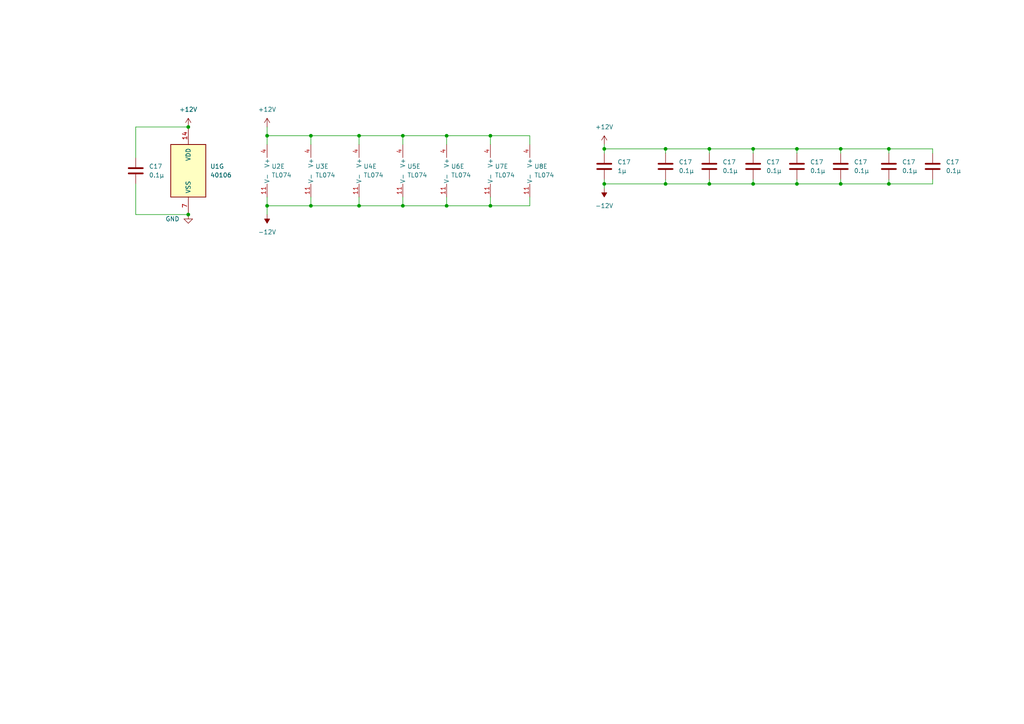
<source format=kicad_sch>
(kicad_sch (version 20230121) (generator eeschema)
  (paper "A4")
  (lib_symbols
    (symbol "4xxx:40106" (pin_names (offset 1.016))
      (property "Reference" "U" (at 0 1.27 0))
      (property "Value" "40106" (at 0 -1.27 0))
      (symbol "40106_1_0"
        (polyline (pts (xy -0.635 -1.27) (xy -0.635 1.27) (xy 0.635 1.27)))
        (polyline (pts (xy -3.81 3.81) (xy -3.81 -3.81) (xy 3.81 0) (xy -3.81 3.81)) (stroke (width 0.254)) (fill (type background)))
        (polyline (pts (xy -1.27 -1.27) (xy 0.635 -1.27) (xy 0.635 1.27) (xy 1.27 1.27)))
        (pin input line (at -7.62 0 0) (length 3.81) (name "~") (number "1"))
        (pin output inverted (at 7.62 0 180) (length 3.81) (name "~") (number "2"))
      )
      (symbol "40106_2_0"
        (polyline (pts (xy -0.635 -1.27) (xy -0.635 1.27) (xy 0.635 1.27)))
        (polyline (pts (xy -3.81 3.81) (xy -3.81 -3.81) (xy 3.81 0) (xy -3.81 3.81)) (stroke (width 0.254)) (fill (type background)))
        (polyline (pts (xy -1.27 -1.27) (xy 0.635 -1.27) (xy 0.635 1.27) (xy 1.27 1.27)))
        (pin input line (at -7.62 0 0) (length 3.81) (name "~") (number "3"))
        (pin output inverted (at 7.62 0 180) (length 3.81) (name "~") (number "4"))
      )
      (symbol "40106_3_0"
        (polyline (pts (xy -0.635 -1.27) (xy -0.635 1.27) (xy 0.635 1.27)))
        (polyline (pts (xy -3.81 3.81) (xy -3.81 -3.81) (xy 3.81 0) (xy -3.81 3.81)) (stroke (width 0.254)) (fill (type background)))
        (polyline (pts (xy -1.27 -1.27) (xy 0.635 -1.27) (xy 0.635 1.27) (xy 1.27 1.27)))
        (pin input line (at -7.62 0 0) (length 3.81) (name "~") (number "5"))
        (pin output inverted (at 7.62 0 180) (length 3.81) (name "~") (number "6"))
      )
      (symbol "40106_4_0"
        (polyline (pts (xy -0.635 -1.27) (xy -0.635 1.27) (xy 0.635 1.27)))
        (polyline (pts (xy -3.81 3.81) (xy -3.81 -3.81) (xy 3.81 0) (xy -3.81 3.81)) (stroke (width 0.254)) (fill (type background)))
        (polyline (pts (xy -1.27 -1.27) (xy 0.635 -1.27) (xy 0.635 1.27) (xy 1.27 1.27)))
        (pin output inverted (at 7.62 0 180) (length 3.81) (name "~") (number "8"))
        (pin input line (at -7.62 0 0) (length 3.81) (name "~") (number "9"))
      )
      (symbol "40106_5_0"
        (polyline (pts (xy -0.635 -1.27) (xy -0.635 1.27) (xy 0.635 1.27)))
        (polyline (pts (xy -3.81 3.81) (xy -3.81 -3.81) (xy 3.81 0) (xy -3.81 3.81)) (stroke (width 0.254)) (fill (type background)))
        (polyline (pts (xy -1.27 -1.27) (xy 0.635 -1.27) (xy 0.635 1.27) (xy 1.27 1.27)))
        (pin output inverted (at 7.62 0 180) (length 3.81) (name "~") (number "10"))
        (pin input line (at -7.62 0 0) (length 3.81) (name "~") (number "11"))
      )
      (symbol "40106_6_0"
        (polyline (pts (xy -0.635 -1.27) (xy -0.635 1.27) (xy 0.635 1.27)))
        (polyline (pts (xy -3.81 3.81) (xy -3.81 -3.81) (xy 3.81 0) (xy -3.81 3.81)) (stroke (width 0.254)) (fill (type background)))
        (polyline (pts (xy -1.27 -1.27) (xy 0.635 -1.27) (xy 0.635 1.27) (xy 1.27 1.27)))
        (pin output inverted (at 7.62 0 180) (length 3.81) (name "~") (number "12"))
        (pin input line (at -7.62 0 0) (length 3.81) (name "~") (number "13"))
      )
      (symbol "40106_7_0"
        (pin power_in line (at 0 12.7 270) (length 5.08) (name "VDD") (number "14"))
        (pin power_in line (at 0 -12.7 90) (length 5.08) (name "VSS") (number "7"))
      )
      (symbol "40106_7_1"
        (rectangle (start -5.08 7.62) (end 5.08 -7.62) (stroke (width 0.254)) (fill (type background)))
      )
    )
    (symbol "Amplifier_Operational:TL074" (pin_names (offset 0.127))
      (property "Reference" "U" (at 0 5.08 0))
      (property "Value" "TL074" (at 0 -5.08 0))
      (symbol "TL074_1_1"
        (polyline (pts (xy -5.08 5.08) (xy 5.08 0) (xy -5.08 -5.08) (xy -5.08 5.08)) (stroke (width 0.254)) (fill (type background)))
        (pin output line (at 7.62 0 180) (length 2.54) (name "~") (number "1"))
        (pin input line (at -7.62 -2.54 0) (length 2.54) (name "-") (number "2"))
        (pin input line (at -7.62 2.54 0) (length 2.54) (name "+") (number "3"))
      )
      (symbol "TL074_2_1"
        (polyline (pts (xy -5.08 5.08) (xy 5.08 0) (xy -5.08 -5.08) (xy -5.08 5.08)) (stroke (width 0.254)) (fill (type background)))
        (pin input line (at -7.62 2.54 0) (length 2.54) (name "+") (number "5"))
        (pin input line (at -7.62 -2.54 0) (length 2.54) (name "-") (number "6"))
        (pin output line (at 7.62 0 180) (length 2.54) (name "~") (number "7"))
      )
      (symbol "TL074_3_1"
        (polyline (pts (xy -5.08 5.08) (xy 5.08 0) (xy -5.08 -5.08) (xy -5.08 5.08)) (stroke (width 0.254)) (fill (type background)))
        (pin input line (at -7.62 2.54 0) (length 2.54) (name "+") (number "10"))
        (pin output line (at 7.62 0 180) (length 2.54) (name "~") (number "8"))
        (pin input line (at -7.62 -2.54 0) (length 2.54) (name "-") (number "9"))
      )
      (symbol "TL074_4_1"
        (polyline (pts (xy -5.08 5.08) (xy 5.08 0) (xy -5.08 -5.08) (xy -5.08 5.08)) (stroke (width 0.254)) (fill (type background)))
        (pin input line (at -7.62 2.54 0) (length 2.54) (name "+") (number "12"))
        (pin input line (at -7.62 -2.54 0) (length 2.54) (name "-") (number "13"))
        (pin output line (at 7.62 0 180) (length 2.54) (name "~") (number "14"))
      )
      (symbol "TL074_5_1"
        (pin power_in line (at -2.54 -7.62 90) (length 3.81) (name "V-") (number "11"))
        (pin power_in line (at -2.54 7.62 270) (length 3.81) (name "V+") (number "4"))
      )
    )
    (symbol "Device:C" (pin_numbers hide) (pin_names (offset 0.254))
      (property "Reference" "C" (at 0.635 2.54 0))
      (property "Value" "C" (at 0.635 -2.54 0))
      (symbol "C_0_1"
        (polyline (pts (xy -2.032 -0.762) (xy 2.032 -0.762)) (stroke (width 0.508)))
        (polyline (pts (xy -2.032 0.762) (xy 2.032 0.762)) (stroke (width 0.508)))
      )
      (symbol "C_1_1"
        (pin passive line (at 0 3.81 270) (length 2.794) (name "~") (number "1"))
        (pin passive line (at 0 -3.81 90) (length 2.794) (name "~") (number "2"))
      )
    )
    (symbol "power:+12V" (power) (pin_names (offset 0))
      (property "Value" "+12V" (at 0 3.556 0))
      (symbol "+12V_0_1"
        (polyline (pts (xy -0.762 1.27) (xy 0 2.54)))
        (polyline (pts (xy 0 0) (xy 0 2.54)))
        (polyline (pts (xy 0 2.54) (xy 0.762 1.27)))
      )
      (symbol "+12V_1_1"
        (pin power_in line (at 0 0 90) (length 0) hide (name "+12V") (number "1"))
      )
    )
    (symbol "power:-12V" (power) (pin_names (offset 0))
      (property "Value" "-12V" (at 0 3.81 0))
      (symbol "-12V_0_0"
        (pin power_in line (at 0 0 90) (length 0) hide (name "-12V") (number "1"))
      )
      (symbol "-12V_0_1"
        (polyline (pts (xy 0 0) (xy 0 1.27) (xy 0.762 1.27) (xy 0 2.54) (xy -0.762 1.27) (xy 0 1.27)) (fill (type outline)))
      )
    )
    (symbol "power:GND" (power) (pin_names (offset 0))
      (property "Value" "GND" (at 0 -3.81 0))
      (symbol "GND_0_1"
        (polyline (pts (xy 0 0) (xy 0 -1.27) (xy 1.27 -1.27) (xy 0 -2.54) (xy -1.27 -1.27) (xy 0 -1.27)))
      )
      (symbol "GND_1_1"
        (pin power_in line (at 0 0 270) (length 0) hide (name "GND") (number "1"))
      )
    )
  )
  (junction (at 104.14 59.69))
  (junction (at 193.04 53.34))
  (junction (at 243.84 43.18))
  (junction (at 205.74 53.34))
  (junction (at 175.26 53.34))
  (junction (at 231.14 53.34))
  (junction (at 193.04 43.18))
  (junction (at 231.14 43.18))
  (junction (at 142.24 39.37))
  (junction (at 142.24 59.69))
  (junction (at 90.17 39.37))
  (junction (at 257.81 43.18))
  (junction (at 116.84 39.37))
  (junction (at 54.61 36.83))
  (junction (at 218.44 43.18))
  (junction (at 205.74 43.18))
  (junction (at 129.54 39.37))
  (junction (at 129.54 59.69))
  (junction (at 243.84 53.34))
  (junction (at 116.84 59.69))
  (junction (at 77.47 59.69))
  (junction (at 54.61 62.23))
  (junction (at 104.14 39.37))
  (junction (at 77.47 39.37))
  (junction (at 257.81 53.34))
  (junction (at 218.44 53.34))
  (junction (at 175.26 43.18))
  (junction (at 90.17 59.69))
  (wire (pts (xy 39.37 62.23) (xy 39.37 53.34)))
  (wire (pts (xy 243.84 43.18) (xy 243.84 44.45)))
  (wire (pts (xy 243.84 52.07) (xy 243.84 53.34)))
  (wire (pts (xy 205.74 43.18) (xy 218.44 43.18)))
  (wire (pts (xy 243.84 43.18) (xy 257.81 43.18)))
  (wire (pts (xy 39.37 36.83) (xy 39.37 45.72)))
  (wire (pts (xy 205.74 43.18) (xy 205.74 44.45)))
  (wire (pts (xy 77.47 39.37) (xy 77.47 41.91)))
  (wire (pts (xy 175.26 52.07) (xy 175.26 53.34)))
  (wire (pts (xy 218.44 52.07) (xy 218.44 53.34)))
  (wire (pts (xy 129.54 39.37) (xy 142.24 39.37)))
  (wire (pts (xy 243.84 53.34) (xy 231.14 53.34)))
  (wire (pts (xy 231.14 44.45) (xy 231.14 43.18)))
  (wire (pts (xy 129.54 59.69) (xy 142.24 59.69)))
  (wire (pts (xy 175.26 43.18) (xy 175.26 44.45)))
  (wire (pts (xy 153.67 57.15) (xy 153.67 59.69)))
  (wire (pts (xy 193.04 43.18) (xy 205.74 43.18)))
  (wire (pts (xy 129.54 39.37) (xy 129.54 41.91)))
  (wire (pts (xy 77.47 36.83) (xy 77.47 39.37)))
  (wire (pts (xy 116.84 57.15) (xy 116.84 59.69)))
  (wire (pts (xy 218.44 43.18) (xy 231.14 43.18)))
  (wire (pts (xy 90.17 39.37) (xy 104.14 39.37)))
  (wire (pts (xy 90.17 39.37) (xy 90.17 41.91)))
  (wire (pts (xy 116.84 39.37) (xy 129.54 39.37)))
  (wire (pts (xy 231.14 53.34) (xy 218.44 53.34)))
  (wire (pts (xy 257.81 53.34) (xy 243.84 53.34)))
  (wire (pts (xy 142.24 39.37) (xy 153.67 39.37)))
  (wire (pts (xy 175.26 53.34) (xy 175.26 54.61)))
  (wire (pts (xy 104.14 57.15) (xy 104.14 59.69)))
  (wire (pts (xy 142.24 57.15) (xy 142.24 59.69)))
  (wire (pts (xy 129.54 57.15) (xy 129.54 59.69)))
  (wire (pts (xy 175.26 41.91) (xy 175.26 43.18)))
  (wire (pts (xy 270.51 43.18) (xy 270.51 44.45)))
  (wire (pts (xy 90.17 57.15) (xy 90.17 59.69)))
  (wire (pts (xy 205.74 53.34) (xy 193.04 53.34)))
  (wire (pts (xy 231.14 43.18) (xy 243.84 43.18)))
  (wire (pts (xy 153.67 39.37) (xy 153.67 41.91)))
  (wire (pts (xy 116.84 39.37) (xy 116.84 41.91)))
  (wire (pts (xy 77.47 57.15) (xy 77.47 59.69)))
  (wire (pts (xy 270.51 53.34) (xy 257.81 53.34)))
  (wire (pts (xy 257.81 52.07) (xy 257.81 53.34)))
  (wire (pts (xy 77.47 59.69) (xy 90.17 59.69)))
  (wire (pts (xy 116.84 59.69) (xy 129.54 59.69)))
  (wire (pts (xy 193.04 53.34) (xy 175.26 53.34)))
  (wire (pts (xy 218.44 43.18) (xy 218.44 44.45)))
  (wire (pts (xy 142.24 39.37) (xy 142.24 41.91)))
  (wire (pts (xy 90.17 59.69) (xy 104.14 59.69)))
  (wire (pts (xy 104.14 39.37) (xy 104.14 41.91)))
  (wire (pts (xy 104.14 39.37) (xy 116.84 39.37)))
  (wire (pts (xy 205.74 52.07) (xy 205.74 53.34)))
  (wire (pts (xy 77.47 62.23) (xy 77.47 59.69)))
  (wire (pts (xy 54.61 36.83) (xy 39.37 36.83)))
  (wire (pts (xy 193.04 43.18) (xy 193.04 44.45)))
  (wire (pts (xy 175.26 43.18) (xy 193.04 43.18)))
  (wire (pts (xy 54.61 62.23) (xy 39.37 62.23)))
  (wire (pts (xy 257.81 43.18) (xy 257.81 44.45)))
  (wire (pts (xy 231.14 52.07) (xy 231.14 53.34)))
  (wire (pts (xy 257.81 43.18) (xy 270.51 43.18)))
  (wire (pts (xy 270.51 52.07) (xy 270.51 53.34)))
  (wire (pts (xy 77.47 39.37) (xy 90.17 39.37)))
  (wire (pts (xy 193.04 52.07) (xy 193.04 53.34)))
  (wire (pts (xy 218.44 53.34) (xy 205.74 53.34)))
  (wire (pts (xy 142.24 59.69) (xy 153.67 59.69)))
  (wire (pts (xy 104.14 59.69) (xy 116.84 59.69)))
  (symbol (lib_id "Device:C") (at 243.84 48.26 180) (unit 1)
    (property "Reference" "C17" (at 247.65 46.99 0) (effects (justify right)))
    (property "Value" "0.1µ" (at 247.65 49.53 0) (effects (justify right)))
    (instances (project "VCO_selfetch" (path "" (reference "C17") (unit 1)) (path "" (reference "C30") (unit 1))))
  )
  (symbol (lib_id "Device:C") (at 218.44 48.26 180) (unit 1)
    (property "Reference" "C17" (at 222.25 46.99 0) (effects (justify right)))
    (property "Value" "0.1µ" (at 222.25 49.53 0) (effects (justify right)))
    (instances (project "VCO_selfetch" (path "" (reference "C17") (unit 1)) (path "" (reference "C28") (unit 1))))
  )
  (symbol (lib_id "Amplifier_Operational:TL074") (at 156.21 49.53 0) (unit 5)
    (property "Reference" "U8" (at 154.94 48.26 0) (effects (justify left)))
    (property "Value" "TL074" (at 154.94 50.8 0) (effects (justify left)))
    (property "Datasheet" "http://www.ti.com/lit/ds/symlink/tl071.pdf" (effects hide))
  )
  (symbol (lib_id "Device:C") (at 257.81 48.26 180) (unit 1)
    (property "Reference" "C17" (at 261.62 46.99 0) (effects (justify right)))
    (property "Value" "0.1µ" (at 261.62 49.53 0) (effects (justify right)))
    (instances (project "VCO_selfetch" (path "" (reference "C17") (unit 1)) (path "" (reference "C31") (unit 1))))
  )
  (symbol (lib_id "Amplifier_Operational:TL074") (at 144.78 49.53 0) (unit 5)
    (property "Reference" "U7" (at 143.51 48.26 0) (effects (justify left)))
    (property "Value" "TL074" (at 143.51 50.8 0) (effects (justify left)))
    (property "Datasheet" "http://www.ti.com/lit/ds/symlink/tl071.pdf" (effects hide))
  )
  (symbol (lib_id "power:+12V") (at 175.26 41.91 0) (unit 1)
    (property "Reference" "#PWR0170" (effects hide))
    (property "Value" "+12V" (at 175.26 36.83 0))
    (instances (project "VCO_selfetch" (path "" (reference "#PWR0170") (unit 1)) (path "" (reference "#PWR018") (unit 1))))
  )
  (symbol (lib_id "power:-12V") (at 175.26 54.61 180) (unit 1)
    (property "Reference" "#PWR0168" (effects hide))
    (property "Value" "-12V" (at 175.26 59.69 0))
    (instances (project "VCO_selfetch" (path "" (reference "#PWR0168") (unit 1)) (path "" (reference "#PWR017") (unit 1))))
  )
  (symbol (lib_id "4xxx:40106") (at 54.61 49.53 0) (unit 7)
    (property "Reference" "U1" (at 60.96 48.26 0) (effects (justify left)))
    (property "Value" "40106" (at 60.96 50.8 0) (effects (justify left)))
    (property "Datasheet" "https://assets.nexperia.com/documents/data-sheet/HEF40106B.pdf" (effects hide))
  )
  (symbol (lib_id "Device:C") (at 175.26 48.26 180) (unit 1)
    (property "Reference" "C17" (at 179.07 46.99 0) (effects (justify right)))
    (property "Value" "1µ" (at 179.07 49.53 0) (effects (justify right)))
    (instances (project "VCO_selfetch" (path "" (reference "C17") (unit 1)) (path "" (reference "C25") (unit 1))))
  )
  (symbol (lib_id "power:GND") (at 54.61 62.23 0) (unit 1)
    (property "Reference" "#PWR0164" (effects hide))
    (property "Value" "GND" (at 52.07 63.5001 0) (effects (justify right)))
    (instances (project "VCO_selfetch" (path "" (reference "#PWR0164") (unit 1)) (path "" (reference "#PWR015") (unit 1))))
  )
  (symbol (lib_id "Device:C") (at 39.37 49.53 180) (unit 1)
    (property "Reference" "C17" (at 43.18 48.26 0) (effects (justify right)))
    (property "Value" "0.1µ" (at 43.18 50.8 0) (effects (justify right)))
    (instances (project "VCO_selfetch" (path "" (reference "C17") (unit 1)) (path "" (reference "C33") (unit 1))))
  )
  (symbol (lib_id "Amplifier_Operational:TL074") (at 119.38 49.53 0) (unit 5)
    (property "Reference" "U5" (at 118.11 48.26 0) (effects (justify left)))
    (property "Value" "TL074" (at 118.11 50.8 0) (effects (justify left)))
    (property "Datasheet" "http://www.ti.com/lit/ds/symlink/tl071.pdf" (effects hide))
  )
  (symbol (lib_id "Amplifier_Operational:TL074") (at 92.71 49.53 0) (unit 5)
    (property "Reference" "U3" (at 91.44 48.26 0) (effects (justify left)))
    (property "Value" "TL074" (at 91.44 50.8 0) (effects (justify left)))
    (property "Datasheet" "http://www.ti.com/lit/ds/symlink/tl071.pdf" (effects hide))
  )
  (symbol (lib_id "Amplifier_Operational:TL074") (at 106.68 49.53 0) (unit 5)
    (property "Reference" "U4" (at 105.41 48.26 0) (effects (justify left)))
    (property "Value" "TL074" (at 105.41 50.8 0) (effects (justify left)))
    (property "Datasheet" "http://www.ti.com/lit/ds/symlink/tl071.pdf" (effects hide))
  )
  (symbol (lib_id "Device:C") (at 193.04 48.26 180) (unit 1)
    (property "Reference" "C17" (at 196.85 46.99 0) (effects (justify right)))
    (property "Value" "0.1µ" (at 196.85 49.53 0) (effects (justify right)))
    (instances (project "VCO_selfetch" (path "" (reference "C17") (unit 1)) (path "" (reference "C26") (unit 1))))
  )
  (symbol (lib_id "power:-12V") (at 77.47 62.23 180) (unit 1)
    (property "Reference" "#PWR0168" (effects hide))
    (property "Value" "-12V" (at 77.47 67.31 0))
    (instances (project "VCO_selfetch" (path "" (reference "#PWR0168") (unit 1)) (path "" (reference "#PWR016") (unit 1))))
  )
  (symbol (lib_id "Device:C") (at 270.51 48.26 180) (unit 1)
    (property "Reference" "C17" (at 274.32 46.99 0) (effects (justify right)))
    (property "Value" "0.1µ" (at 274.32 49.53 0) (effects (justify right)))
    (instances (project "VCO_selfetch" (path "" (reference "C17") (unit 1)) (path "" (reference "C32") (unit 1))))
  )
  (symbol (lib_id "power:+12V") (at 77.47 36.83 0) (unit 1)
    (property "Reference" "#PWR0170" (effects hide))
    (property "Value" "+12V" (at 77.47 31.75 0))
    (instances (project "VCO_selfetch" (path "" (reference "#PWR0170") (unit 1)) (path "" (reference "#PWR014") (unit 1))))
  )
  (symbol (lib_id "Amplifier_Operational:TL074") (at 80.01 49.53 0) (unit 5)
    (property "Reference" "U2" (at 78.74 48.26 0) (effects (justify left)))
    (property "Value" "TL074" (at 78.74 50.8 0) (effects (justify left)))
    (property "Datasheet" "http://www.ti.com/lit/ds/symlink/tl071.pdf" (effects hide))
  )
  (symbol (lib_id "Amplifier_Operational:TL074") (at 132.08 49.53 0) (unit 5)
    (property "Reference" "U6" (at 130.81 48.26 0) (effects (justify left)))
    (property "Value" "TL074" (at 130.81 50.8 0) (effects (justify left)))
    (property "Datasheet" "http://www.ti.com/lit/ds/symlink/tl071.pdf" (effects hide))
  )
  (symbol (lib_id "Device:C") (at 205.74 48.26 180) (unit 1)
    (property "Reference" "C17" (at 209.55 46.99 0) (effects (justify right)))
    (property "Value" "0.1µ" (at 209.55 49.53 0) (effects (justify right)))
    (instances (project "VCO_selfetch" (path "" (reference "C17") (unit 1)) (path "" (reference "C27") (unit 1))))
  )
  (symbol (lib_id "power:+12V") (at 54.61 36.83 0) (unit 1)
    (property "Reference" "#PWR0170" (effects hide))
    (property "Value" "+12V" (at 54.61 31.75 0))
    (instances (project "VCO_selfetch" (path "" (reference "#PWR0170") (unit 1)) (path "" (reference "#PWR013") (unit 1))))
  )
  (symbol (lib_id "Device:C") (at 231.14 48.26 180) (unit 1)
    (property "Reference" "C17" (at 234.95 46.99 0) (effects (justify right)))
    (property "Value" "0.1µ" (at 234.95 49.53 0) (effects (justify right)))
    (instances (project "VCO_selfetch" (path "" (reference "C17") (unit 1)) (path "" (reference "C29") (unit 1))))
  )
)
</source>
